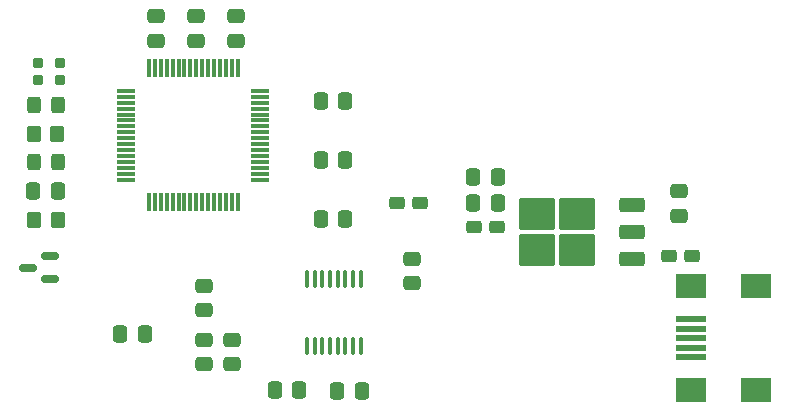
<source format=gbr>
%TF.GenerationSoftware,KiCad,Pcbnew,7.0.8-7.0.8~ubuntu22.04.1*%
%TF.CreationDate,2023-10-05T10:52:52-04:00*%
%TF.ProjectId,ladcp_interface_box,6c616463-705f-4696-9e74-657266616365,rev?*%
%TF.SameCoordinates,Original*%
%TF.FileFunction,Paste,Top*%
%TF.FilePolarity,Positive*%
%FSLAX46Y46*%
G04 Gerber Fmt 4.6, Leading zero omitted, Abs format (unit mm)*
G04 Created by KiCad (PCBNEW 7.0.8-7.0.8~ubuntu22.04.1) date 2023-10-05 10:52:52*
%MOMM*%
%LPD*%
G01*
G04 APERTURE LIST*
G04 Aperture macros list*
%AMRoundRect*
0 Rectangle with rounded corners*
0 $1 Rounding radius*
0 $2 $3 $4 $5 $6 $7 $8 $9 X,Y pos of 4 corners*
0 Add a 4 corners polygon primitive as box body*
4,1,4,$2,$3,$4,$5,$6,$7,$8,$9,$2,$3,0*
0 Add four circle primitives for the rounded corners*
1,1,$1+$1,$2,$3*
1,1,$1+$1,$4,$5*
1,1,$1+$1,$6,$7*
1,1,$1+$1,$8,$9*
0 Add four rect primitives between the rounded corners*
20,1,$1+$1,$2,$3,$4,$5,0*
20,1,$1+$1,$4,$5,$6,$7,0*
20,1,$1+$1,$6,$7,$8,$9,0*
20,1,$1+$1,$8,$9,$2,$3,0*%
G04 Aperture macros list end*
%ADD10RoundRect,0.100000X0.100000X-0.637500X0.100000X0.637500X-0.100000X0.637500X-0.100000X-0.637500X0*%
%ADD11RoundRect,0.250000X0.350000X0.450000X-0.350000X0.450000X-0.350000X-0.450000X0.350000X-0.450000X0*%
%ADD12RoundRect,0.250000X-0.475000X0.337500X-0.475000X-0.337500X0.475000X-0.337500X0.475000X0.337500X0*%
%ADD13R,2.500000X0.500000*%
%ADD14R,2.500000X2.000000*%
%ADD15RoundRect,0.250000X-0.325000X-0.450000X0.325000X-0.450000X0.325000X0.450000X-0.325000X0.450000X0*%
%ADD16RoundRect,0.250000X0.400000X0.275000X-0.400000X0.275000X-0.400000X-0.275000X0.400000X-0.275000X0*%
%ADD17RoundRect,0.250000X-0.337500X-0.475000X0.337500X-0.475000X0.337500X0.475000X-0.337500X0.475000X0*%
%ADD18RoundRect,0.250000X-0.400000X-0.275000X0.400000X-0.275000X0.400000X0.275000X-0.400000X0.275000X0*%
%ADD19RoundRect,0.075000X-0.700000X-0.075000X0.700000X-0.075000X0.700000X0.075000X-0.700000X0.075000X0*%
%ADD20RoundRect,0.075000X-0.075000X-0.700000X0.075000X-0.700000X0.075000X0.700000X-0.075000X0.700000X0*%
%ADD21RoundRect,0.250000X0.475000X-0.337500X0.475000X0.337500X-0.475000X0.337500X-0.475000X-0.337500X0*%
%ADD22RoundRect,0.200000X0.250000X-0.200000X0.250000X0.200000X-0.250000X0.200000X-0.250000X-0.200000X0*%
%ADD23RoundRect,0.150000X0.587500X0.150000X-0.587500X0.150000X-0.587500X-0.150000X0.587500X-0.150000X0*%
%ADD24RoundRect,0.250000X0.337500X0.475000X-0.337500X0.475000X-0.337500X-0.475000X0.337500X-0.475000X0*%
%ADD25RoundRect,0.250000X0.850000X0.350000X-0.850000X0.350000X-0.850000X-0.350000X0.850000X-0.350000X0*%
%ADD26RoundRect,0.250000X1.275000X1.125000X-1.275000X1.125000X-1.275000X-1.125000X1.275000X-1.125000X0*%
G04 APERTURE END LIST*
D10*
%TO.C,U3*%
X151325000Y-102762500D03*
X151975000Y-102762500D03*
X152625000Y-102762500D03*
X153275000Y-102762500D03*
X153925000Y-102762500D03*
X154575000Y-102762500D03*
X155225000Y-102762500D03*
X155875000Y-102762500D03*
X155875000Y-97037500D03*
X155225000Y-97037500D03*
X154575000Y-97037500D03*
X153925000Y-97037500D03*
X153275000Y-97037500D03*
X152625000Y-97037500D03*
X151975000Y-97037500D03*
X151325000Y-97037500D03*
%TD*%
D11*
%TO.C,R2*%
X130200000Y-84779000D03*
X128200000Y-84779000D03*
%TD*%
D12*
%TO.C,C1*%
X142600000Y-102225000D03*
X142600000Y-104300000D03*
%TD*%
D13*
%TO.C,J2*%
X183875000Y-103700000D03*
X183875000Y-102900000D03*
X183875000Y-102100000D03*
X183875000Y-101300000D03*
X183875000Y-100500000D03*
D14*
X183875000Y-106500000D03*
X189375000Y-106500000D03*
X183875000Y-97700000D03*
X189375000Y-97700000D03*
%TD*%
D15*
%TO.C,FB2*%
X128200000Y-87191000D03*
X130250000Y-87191000D03*
%TD*%
D11*
%TO.C,R1*%
X130225000Y-92075000D03*
X128225000Y-92075000D03*
%TD*%
D16*
%TO.C,C13*%
X160912500Y-90600000D03*
X158962500Y-90600000D03*
%TD*%
D17*
%TO.C,C17*%
X152475000Y-92000000D03*
X154550000Y-92000000D03*
%TD*%
D12*
%TO.C,C16*%
X145000000Y-102225000D03*
X145000000Y-104300000D03*
%TD*%
D17*
%TO.C,C8*%
X152475000Y-82000000D03*
X154550000Y-82000000D03*
%TD*%
D18*
%TO.C,C20*%
X182000000Y-95100000D03*
X183950000Y-95100000D03*
%TD*%
D19*
%TO.C,U1*%
X136025000Y-81150000D03*
X136025000Y-81650000D03*
X136025000Y-82150000D03*
X136025000Y-82650000D03*
X136025000Y-83150000D03*
X136025000Y-83650000D03*
X136025000Y-84150000D03*
X136025000Y-84650000D03*
X136025000Y-85150000D03*
X136025000Y-85650000D03*
X136025000Y-86150000D03*
X136025000Y-86650000D03*
X136025000Y-87150000D03*
X136025000Y-87650000D03*
X136025000Y-88150000D03*
X136025000Y-88650000D03*
D20*
X137950000Y-90575000D03*
X138450000Y-90575000D03*
X138950000Y-90575000D03*
X139450000Y-90575000D03*
X139950000Y-90575000D03*
X140450000Y-90575000D03*
X140950000Y-90575000D03*
X141450000Y-90575000D03*
X141950000Y-90575000D03*
X142450000Y-90575000D03*
X142950000Y-90575000D03*
X143450000Y-90575000D03*
X143950000Y-90575000D03*
X144450000Y-90575000D03*
X144950000Y-90575000D03*
X145450000Y-90575000D03*
D19*
X147375000Y-88650000D03*
X147375000Y-88150000D03*
X147375000Y-87650000D03*
X147375000Y-87150000D03*
X147375000Y-86650000D03*
X147375000Y-86150000D03*
X147375000Y-85650000D03*
X147375000Y-85150000D03*
X147375000Y-84650000D03*
X147375000Y-84150000D03*
X147375000Y-83650000D03*
X147375000Y-83150000D03*
X147375000Y-82650000D03*
X147375000Y-82150000D03*
X147375000Y-81650000D03*
X147375000Y-81150000D03*
D20*
X145450000Y-79225000D03*
X144950000Y-79225000D03*
X144450000Y-79225000D03*
X143950000Y-79225000D03*
X143450000Y-79225000D03*
X142950000Y-79225000D03*
X142450000Y-79225000D03*
X141950000Y-79225000D03*
X141450000Y-79225000D03*
X140950000Y-79225000D03*
X140450000Y-79225000D03*
X139950000Y-79225000D03*
X139450000Y-79225000D03*
X138950000Y-79225000D03*
X138450000Y-79225000D03*
X137950000Y-79225000D03*
%TD*%
D21*
%TO.C,C9*%
X141900000Y-76900000D03*
X141900000Y-74825000D03*
%TD*%
D17*
%TO.C,C19*%
X153892500Y-106570000D03*
X155967500Y-106570000D03*
%TD*%
D15*
%TO.C,FB1*%
X128200000Y-82367000D03*
X130250000Y-82367000D03*
%TD*%
D22*
%TO.C,X1*%
X128520000Y-80250000D03*
X130370000Y-80250000D03*
X130370000Y-78800000D03*
X128520000Y-78800000D03*
%TD*%
D21*
%TO.C,C4*%
X138500000Y-76900000D03*
X138500000Y-74825000D03*
%TD*%
D12*
%TO.C,C12*%
X182800000Y-89662500D03*
X182800000Y-91737500D03*
%TD*%
D17*
%TO.C,C5*%
X152475000Y-87000000D03*
X154550000Y-87000000D03*
%TD*%
D23*
%TO.C,U5*%
X129537500Y-97050000D03*
X129537500Y-95150000D03*
X127662500Y-96100000D03*
%TD*%
D12*
%TO.C,C2*%
X142600000Y-97625000D03*
X142600000Y-99700000D03*
%TD*%
D24*
%TO.C,C6*%
X130232500Y-89633000D03*
X128157500Y-89633000D03*
%TD*%
D21*
%TO.C,C18*%
X160200000Y-97437500D03*
X160200000Y-95362500D03*
%TD*%
D17*
%TO.C,C15*%
X148612500Y-106500000D03*
X150687500Y-106500000D03*
%TD*%
%TO.C,C10*%
X165387500Y-90600000D03*
X167462500Y-90600000D03*
%TD*%
D18*
%TO.C,C14*%
X165450000Y-92700000D03*
X167400000Y-92700000D03*
%TD*%
D17*
%TO.C,C7*%
X135525000Y-101700000D03*
X137600000Y-101700000D03*
%TD*%
D21*
%TO.C,C3*%
X145300000Y-76900000D03*
X145300000Y-74825000D03*
%TD*%
D17*
%TO.C,C11*%
X165387500Y-88400000D03*
X167462500Y-88400000D03*
%TD*%
D25*
%TO.C,U2*%
X178800000Y-95360000D03*
X178800000Y-93080000D03*
D26*
X174175000Y-94605000D03*
X174175000Y-91555000D03*
X170825000Y-94605000D03*
X170825000Y-91555000D03*
D25*
X178800000Y-90800000D03*
%TD*%
M02*

</source>
